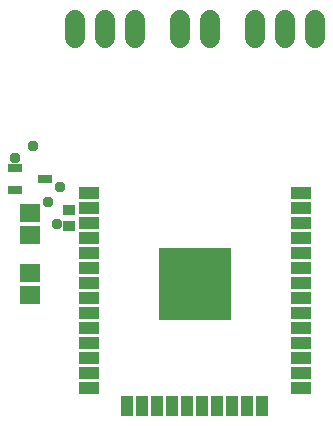
<source format=gts>
G75*
%MOIN*%
%OFA0B0*%
%FSLAX25Y25*%
%IPPOS*%
%LPD*%
%AMOC8*
5,1,8,0,0,1.08239X$1,22.5*
%
%ADD10C,0.06737*%
%ADD11R,0.04737X0.02769*%
%ADD12R,0.06706X0.04343*%
%ADD13R,0.04343X0.06706*%
%ADD14R,0.24422X0.24422*%
%ADD15R,0.06706X0.05918*%
%ADD16R,0.04343X0.03556*%
%ADD17C,0.03778*%
D10*
X0031300Y0133331D02*
X0031300Y0139269D01*
X0041300Y0139269D02*
X0041300Y0133331D01*
X0051300Y0133331D02*
X0051300Y0139269D01*
X0066300Y0139269D02*
X0066300Y0133331D01*
X0076300Y0133331D02*
X0076300Y0139269D01*
X0091300Y0139269D02*
X0091300Y0133331D01*
X0101300Y0133331D02*
X0101300Y0139269D01*
X0111300Y0139269D02*
X0111300Y0133331D01*
D11*
X0021221Y0086300D03*
X0011379Y0082560D03*
X0011379Y0090040D03*
D12*
X0035867Y0016615D03*
X0035867Y0021615D03*
X0035867Y0026615D03*
X0035867Y0031615D03*
X0035867Y0036615D03*
X0035867Y0041615D03*
X0035867Y0046615D03*
X0035867Y0051615D03*
X0035867Y0056615D03*
X0035867Y0061615D03*
X0035867Y0066615D03*
X0035867Y0071615D03*
X0035867Y0076615D03*
X0035867Y0081615D03*
X0106733Y0081615D03*
X0106733Y0076615D03*
X0106733Y0071615D03*
X0106733Y0066615D03*
X0106733Y0061615D03*
X0106733Y0056615D03*
X0106733Y0051615D03*
X0106733Y0046615D03*
X0106733Y0041615D03*
X0106733Y0036615D03*
X0106733Y0031615D03*
X0106733Y0026615D03*
X0106733Y0021615D03*
X0106733Y0016615D03*
D13*
X0093800Y0010749D03*
X0088800Y0010749D03*
X0083800Y0010749D03*
X0078800Y0010749D03*
X0073800Y0010749D03*
X0068800Y0010749D03*
X0063800Y0010749D03*
X0058800Y0010749D03*
X0053800Y0010749D03*
X0048800Y0010749D03*
D14*
X0071300Y0051300D03*
D15*
X0016300Y0047560D03*
X0016300Y0055040D03*
X0016300Y0067560D03*
X0016300Y0075040D03*
D16*
X0029300Y0075859D03*
X0029300Y0070741D03*
D17*
X0025300Y0071300D03*
X0022300Y0078689D03*
X0026300Y0083689D03*
X0016300Y0075040D03*
X0011300Y0093300D03*
X0017300Y0097300D03*
X0016300Y0047560D03*
X0061300Y0046300D03*
X0061300Y0041300D03*
X0066300Y0041300D03*
X0066300Y0046300D03*
X0066300Y0051300D03*
X0066300Y0056300D03*
X0066300Y0061300D03*
X0061300Y0061300D03*
X0061300Y0056300D03*
X0061300Y0051300D03*
X0071300Y0046300D03*
X0071300Y0041300D03*
X0076300Y0041300D03*
X0076300Y0046300D03*
X0076300Y0051300D03*
X0076300Y0056300D03*
X0076300Y0061300D03*
X0071300Y0061300D03*
X0071300Y0056300D03*
X0081300Y0056300D03*
X0081300Y0051300D03*
X0081300Y0046300D03*
X0081300Y0041300D03*
X0081300Y0061300D03*
M02*

</source>
